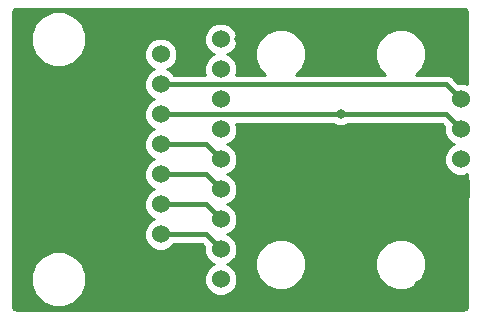
<source format=gbr>
G04 #@! TF.GenerationSoftware,KiCad,Pcbnew,(5.0.0)*
G04 #@! TF.CreationDate,2018-12-18T17:16:08-06:00*
G04 #@! TF.ProjectId,IMUBreakout_Hardware,494D55427265616B6F75745F48617264,rev?*
G04 #@! TF.SameCoordinates,Original*
G04 #@! TF.FileFunction,Copper,L2,Bot,Signal*
G04 #@! TF.FilePolarity,Positive*
%FSLAX46Y46*%
G04 Gerber Fmt 4.6, Leading zero omitted, Abs format (unit mm)*
G04 Created by KiCad (PCBNEW (5.0.0)) date 12/18/18 17:16:08*
%MOMM*%
%LPD*%
G01*
G04 APERTURE LIST*
G04 #@! TA.AperFunction,ComponentPad*
%ADD10C,1.524000*%
G04 #@! TD*
G04 #@! TA.AperFunction,ComponentPad*
%ADD11R,1.524000X1.524000*%
G04 #@! TD*
G04 #@! TA.AperFunction,ViaPad*
%ADD12C,0.800000*%
G04 #@! TD*
G04 #@! TA.AperFunction,Conductor*
%ADD13C,0.381000*%
G04 #@! TD*
G04 #@! TA.AperFunction,Conductor*
%ADD14C,0.254000*%
G04 #@! TD*
G04 APERTURE END LIST*
D10*
G04 #@! TO.P,U1,1*
G04 #@! TO.N,SDOAG*
X129540000Y-85090000D03*
G04 #@! TO.P,U1,2*
G04 #@! TO.N,SDOM*
X129540000Y-87630000D03*
G04 #@! TO.P,U1,3*
G04 #@! TO.N,+3V3*
X129540000Y-90170000D03*
G04 #@! TO.P,U1,4*
X129540000Y-92710000D03*
G04 #@! TO.P,U1,5*
G04 #@! TO.N,DRDYM*
X129540000Y-95250000D03*
G04 #@! TO.P,U1,6*
G04 #@! TO.N,INTM*
X129540000Y-97790000D03*
G04 #@! TO.P,U1,7*
G04 #@! TO.N,INT1AG*
X129540000Y-100330000D03*
G04 #@! TO.P,U1,8*
G04 #@! TO.N,INT2AG*
X129540000Y-102870000D03*
G04 #@! TO.P,U1,9*
G04 #@! TO.N,+3V3*
X129540000Y-105410000D03*
G04 #@! TO.P,U1,10*
G04 #@! TO.N,SCL*
X149860000Y-90170000D03*
G04 #@! TO.P,U1,11*
G04 #@! TO.N,SDA*
X149860000Y-92710000D03*
G04 #@! TO.P,U1,12*
G04 #@! TO.N,+3V3*
X149860000Y-95250000D03*
D11*
G04 #@! TO.P,U1,13*
G04 #@! TO.N,GND*
X149860000Y-97790000D03*
G04 #@! TD*
D10*
G04 #@! TO.P,Conn1,1*
G04 #@! TO.N,GND*
X124460000Y-104140000D03*
G04 #@! TO.P,Conn1,2*
G04 #@! TO.N,INT2AG*
X124460000Y-101600000D03*
G04 #@! TO.P,Conn1,3*
G04 #@! TO.N,INT1AG*
X124460000Y-99060000D03*
G04 #@! TO.P,Conn1,4*
G04 #@! TO.N,INTM*
X124460000Y-96520000D03*
G04 #@! TO.P,Conn1,5*
G04 #@! TO.N,DRDYM*
X124460000Y-93980000D03*
G04 #@! TO.P,Conn1,6*
G04 #@! TO.N,SDA*
X124460000Y-91440000D03*
G04 #@! TO.P,Conn1,7*
G04 #@! TO.N,SCL*
X124460000Y-88900000D03*
G04 #@! TO.P,Conn1,8*
G04 #@! TO.N,+3V3*
X124460000Y-86360000D03*
G04 #@! TD*
D12*
G04 #@! TO.N,GND*
X131064000Y-85090000D03*
X147574000Y-84582000D03*
X146304000Y-105918000D03*
G04 #@! TO.N,SDA*
X139700000Y-91440000D03*
G04 #@! TD*
D13*
G04 #@! TO.N,INT2AG*
X128270000Y-101600000D02*
X129540000Y-102870000D01*
X124460000Y-101600000D02*
X128270000Y-101600000D01*
G04 #@! TO.N,INT1AG*
X128270000Y-99060000D02*
X129540000Y-100330000D01*
X124460000Y-99060000D02*
X128270000Y-99060000D01*
G04 #@! TO.N,INTM*
X128270000Y-96520000D02*
X129540000Y-97790000D01*
X124460000Y-96520000D02*
X128270000Y-96520000D01*
G04 #@! TO.N,DRDYM*
X128270000Y-93980000D02*
X129540000Y-95250000D01*
X124460000Y-93980000D02*
X128270000Y-93980000D01*
G04 #@! TO.N,SDA*
X148590000Y-91440000D02*
X149860000Y-92710000D01*
X124460000Y-91440000D02*
X127000000Y-91440000D01*
X127000000Y-91440000D02*
X139700000Y-91440000D01*
X139700000Y-91440000D02*
X148590000Y-91440000D01*
G04 #@! TO.N,SCL*
X148590000Y-88900000D02*
X149860000Y-90170000D01*
X124460000Y-88900000D02*
X148590000Y-88900000D01*
G04 #@! TD*
D14*
G04 #@! TO.N,GND*
G36*
X150225777Y-82534144D02*
X150320539Y-82597461D01*
X150383856Y-82692223D01*
X150420000Y-82873930D01*
X150420000Y-88889857D01*
X150137881Y-88773000D01*
X149630432Y-88773000D01*
X149231209Y-88373777D01*
X149185152Y-88304848D01*
X148912094Y-88122396D01*
X148671303Y-88074500D01*
X148671301Y-88074500D01*
X148590000Y-88058328D01*
X148508699Y-88074500D01*
X146118787Y-88074500D01*
X146610312Y-87582975D01*
X146939000Y-86789452D01*
X146939000Y-85930548D01*
X146610312Y-85137025D01*
X146002975Y-84529688D01*
X145209452Y-84201000D01*
X144350548Y-84201000D01*
X143557025Y-84529688D01*
X142949688Y-85137025D01*
X142621000Y-85930548D01*
X142621000Y-86789452D01*
X142949688Y-87582975D01*
X143441213Y-88074500D01*
X135958787Y-88074500D01*
X136450312Y-87582975D01*
X136779000Y-86789452D01*
X136779000Y-85930548D01*
X136450312Y-85137025D01*
X135842975Y-84529688D01*
X135049452Y-84201000D01*
X134190548Y-84201000D01*
X133397025Y-84529688D01*
X132789688Y-85137025D01*
X132461000Y-85930548D01*
X132461000Y-86789452D01*
X132789688Y-87582975D01*
X133281213Y-88074500D01*
X130867984Y-88074500D01*
X130937000Y-87907881D01*
X130937000Y-87352119D01*
X130724320Y-86838663D01*
X130331337Y-86445680D01*
X130124487Y-86360000D01*
X130331337Y-86274320D01*
X130724320Y-85881337D01*
X130937000Y-85367881D01*
X130937000Y-84812119D01*
X130724320Y-84298663D01*
X130331337Y-83905680D01*
X129817881Y-83693000D01*
X129262119Y-83693000D01*
X128748663Y-83905680D01*
X128355680Y-84298663D01*
X128143000Y-84812119D01*
X128143000Y-85367881D01*
X128355680Y-85881337D01*
X128748663Y-86274320D01*
X128955513Y-86360000D01*
X128748663Y-86445680D01*
X128355680Y-86838663D01*
X128143000Y-87352119D01*
X128143000Y-87907881D01*
X128212016Y-88074500D01*
X125610157Y-88074500D01*
X125251337Y-87715680D01*
X125044487Y-87630000D01*
X125251337Y-87544320D01*
X125644320Y-87151337D01*
X125857000Y-86637881D01*
X125857000Y-86082119D01*
X125644320Y-85568663D01*
X125251337Y-85175680D01*
X124737881Y-84963000D01*
X124182119Y-84963000D01*
X123668663Y-85175680D01*
X123275680Y-85568663D01*
X123063000Y-86082119D01*
X123063000Y-86637881D01*
X123275680Y-87151337D01*
X123668663Y-87544320D01*
X123875513Y-87630000D01*
X123668663Y-87715680D01*
X123275680Y-88108663D01*
X123063000Y-88622119D01*
X123063000Y-89177881D01*
X123275680Y-89691337D01*
X123668663Y-90084320D01*
X123875513Y-90170000D01*
X123668663Y-90255680D01*
X123275680Y-90648663D01*
X123063000Y-91162119D01*
X123063000Y-91717881D01*
X123275680Y-92231337D01*
X123668663Y-92624320D01*
X123875513Y-92710000D01*
X123668663Y-92795680D01*
X123275680Y-93188663D01*
X123063000Y-93702119D01*
X123063000Y-94257881D01*
X123275680Y-94771337D01*
X123668663Y-95164320D01*
X123875513Y-95250000D01*
X123668663Y-95335680D01*
X123275680Y-95728663D01*
X123063000Y-96242119D01*
X123063000Y-96797881D01*
X123275680Y-97311337D01*
X123668663Y-97704320D01*
X123875513Y-97790000D01*
X123668663Y-97875680D01*
X123275680Y-98268663D01*
X123063000Y-98782119D01*
X123063000Y-99337881D01*
X123275680Y-99851337D01*
X123668663Y-100244320D01*
X123875513Y-100330000D01*
X123668663Y-100415680D01*
X123275680Y-100808663D01*
X123063000Y-101322119D01*
X123063000Y-101877881D01*
X123275680Y-102391337D01*
X123668663Y-102784320D01*
X124182119Y-102997000D01*
X124737881Y-102997000D01*
X125251337Y-102784320D01*
X125610157Y-102425500D01*
X127928068Y-102425500D01*
X128143000Y-102640432D01*
X128143000Y-103147881D01*
X128355680Y-103661337D01*
X128748663Y-104054320D01*
X128955513Y-104140000D01*
X128748663Y-104225680D01*
X128355680Y-104618663D01*
X128143000Y-105132119D01*
X128143000Y-105687881D01*
X128355680Y-106201337D01*
X128748663Y-106594320D01*
X129262119Y-106807000D01*
X129817881Y-106807000D01*
X130331337Y-106594320D01*
X130724320Y-106201337D01*
X130937000Y-105687881D01*
X130937000Y-105132119D01*
X130724320Y-104618663D01*
X130331337Y-104225680D01*
X130124487Y-104140000D01*
X130331337Y-104054320D01*
X130675109Y-103710548D01*
X132461000Y-103710548D01*
X132461000Y-104569452D01*
X132789688Y-105362975D01*
X133397025Y-105970312D01*
X134190548Y-106299000D01*
X135049452Y-106299000D01*
X135842975Y-105970312D01*
X136450312Y-105362975D01*
X136779000Y-104569452D01*
X136779000Y-103710548D01*
X142621000Y-103710548D01*
X142621000Y-104569452D01*
X142949688Y-105362975D01*
X143557025Y-105970312D01*
X144350548Y-106299000D01*
X145209452Y-106299000D01*
X146002975Y-105970312D01*
X146610312Y-105362975D01*
X146939000Y-104569452D01*
X146939000Y-103710548D01*
X146610312Y-102917025D01*
X146002975Y-102309688D01*
X145209452Y-101981000D01*
X144350548Y-101981000D01*
X143557025Y-102309688D01*
X142949688Y-102917025D01*
X142621000Y-103710548D01*
X136779000Y-103710548D01*
X136450312Y-102917025D01*
X135842975Y-102309688D01*
X135049452Y-101981000D01*
X134190548Y-101981000D01*
X133397025Y-102309688D01*
X132789688Y-102917025D01*
X132461000Y-103710548D01*
X130675109Y-103710548D01*
X130724320Y-103661337D01*
X130937000Y-103147881D01*
X130937000Y-102592119D01*
X130724320Y-102078663D01*
X130331337Y-101685680D01*
X130124487Y-101600000D01*
X130331337Y-101514320D01*
X130724320Y-101121337D01*
X130937000Y-100607881D01*
X130937000Y-100052119D01*
X130724320Y-99538663D01*
X130331337Y-99145680D01*
X130124487Y-99060000D01*
X130331337Y-98974320D01*
X130724320Y-98581337D01*
X130937000Y-98067881D01*
X130937000Y-97512119D01*
X130724320Y-96998663D01*
X130331337Y-96605680D01*
X130124487Y-96520000D01*
X130331337Y-96434320D01*
X130724320Y-96041337D01*
X130937000Y-95527881D01*
X130937000Y-94972119D01*
X130724320Y-94458663D01*
X130331337Y-94065680D01*
X130124487Y-93980000D01*
X130331337Y-93894320D01*
X130724320Y-93501337D01*
X130937000Y-92987881D01*
X130937000Y-92432119D01*
X130867984Y-92265500D01*
X139061789Y-92265500D01*
X139113720Y-92317431D01*
X139494126Y-92475000D01*
X139905874Y-92475000D01*
X140286280Y-92317431D01*
X140338211Y-92265500D01*
X148248068Y-92265500D01*
X148463000Y-92480432D01*
X148463000Y-92987881D01*
X148675680Y-93501337D01*
X149068663Y-93894320D01*
X149275513Y-93980000D01*
X149068663Y-94065680D01*
X148675680Y-94458663D01*
X148463000Y-94972119D01*
X148463000Y-95527881D01*
X148675680Y-96041337D01*
X149068663Y-96434320D01*
X149582119Y-96647000D01*
X150137881Y-96647000D01*
X150420001Y-96530142D01*
X150420001Y-107626065D01*
X150383856Y-107807777D01*
X150320539Y-107902539D01*
X150225777Y-107965856D01*
X150044069Y-108002000D01*
X112337930Y-108002000D01*
X112156223Y-107965856D01*
X112061461Y-107902539D01*
X111998144Y-107807777D01*
X111962000Y-107626069D01*
X111962000Y-104940567D01*
X113464000Y-104940567D01*
X113464000Y-105879433D01*
X113823289Y-106746833D01*
X114487167Y-107410711D01*
X115354567Y-107770000D01*
X116293433Y-107770000D01*
X117160833Y-107410711D01*
X117824711Y-106746833D01*
X118184000Y-105879433D01*
X118184000Y-104940567D01*
X117824711Y-104073167D01*
X117160833Y-103409289D01*
X116293433Y-103050000D01*
X115354567Y-103050000D01*
X114487167Y-103409289D01*
X113823289Y-104073167D01*
X113464000Y-104940567D01*
X111962000Y-104940567D01*
X111962000Y-84620567D01*
X113464000Y-84620567D01*
X113464000Y-85559433D01*
X113823289Y-86426833D01*
X114487167Y-87090711D01*
X115354567Y-87450000D01*
X116293433Y-87450000D01*
X117160833Y-87090711D01*
X117824711Y-86426833D01*
X118184000Y-85559433D01*
X118184000Y-84620567D01*
X117824711Y-83753167D01*
X117160833Y-83089289D01*
X116293433Y-82730000D01*
X115354567Y-82730000D01*
X114487167Y-83089289D01*
X113823289Y-83753167D01*
X113464000Y-84620567D01*
X111962000Y-84620567D01*
X111962000Y-82873931D01*
X111998144Y-82692223D01*
X112061461Y-82597461D01*
X112156223Y-82534144D01*
X112337930Y-82498000D01*
X150044069Y-82498000D01*
X150225777Y-82534144D01*
X150225777Y-82534144D01*
G37*
X150225777Y-82534144D02*
X150320539Y-82597461D01*
X150383856Y-82692223D01*
X150420000Y-82873930D01*
X150420000Y-88889857D01*
X150137881Y-88773000D01*
X149630432Y-88773000D01*
X149231209Y-88373777D01*
X149185152Y-88304848D01*
X148912094Y-88122396D01*
X148671303Y-88074500D01*
X148671301Y-88074500D01*
X148590000Y-88058328D01*
X148508699Y-88074500D01*
X146118787Y-88074500D01*
X146610312Y-87582975D01*
X146939000Y-86789452D01*
X146939000Y-85930548D01*
X146610312Y-85137025D01*
X146002975Y-84529688D01*
X145209452Y-84201000D01*
X144350548Y-84201000D01*
X143557025Y-84529688D01*
X142949688Y-85137025D01*
X142621000Y-85930548D01*
X142621000Y-86789452D01*
X142949688Y-87582975D01*
X143441213Y-88074500D01*
X135958787Y-88074500D01*
X136450312Y-87582975D01*
X136779000Y-86789452D01*
X136779000Y-85930548D01*
X136450312Y-85137025D01*
X135842975Y-84529688D01*
X135049452Y-84201000D01*
X134190548Y-84201000D01*
X133397025Y-84529688D01*
X132789688Y-85137025D01*
X132461000Y-85930548D01*
X132461000Y-86789452D01*
X132789688Y-87582975D01*
X133281213Y-88074500D01*
X130867984Y-88074500D01*
X130937000Y-87907881D01*
X130937000Y-87352119D01*
X130724320Y-86838663D01*
X130331337Y-86445680D01*
X130124487Y-86360000D01*
X130331337Y-86274320D01*
X130724320Y-85881337D01*
X130937000Y-85367881D01*
X130937000Y-84812119D01*
X130724320Y-84298663D01*
X130331337Y-83905680D01*
X129817881Y-83693000D01*
X129262119Y-83693000D01*
X128748663Y-83905680D01*
X128355680Y-84298663D01*
X128143000Y-84812119D01*
X128143000Y-85367881D01*
X128355680Y-85881337D01*
X128748663Y-86274320D01*
X128955513Y-86360000D01*
X128748663Y-86445680D01*
X128355680Y-86838663D01*
X128143000Y-87352119D01*
X128143000Y-87907881D01*
X128212016Y-88074500D01*
X125610157Y-88074500D01*
X125251337Y-87715680D01*
X125044487Y-87630000D01*
X125251337Y-87544320D01*
X125644320Y-87151337D01*
X125857000Y-86637881D01*
X125857000Y-86082119D01*
X125644320Y-85568663D01*
X125251337Y-85175680D01*
X124737881Y-84963000D01*
X124182119Y-84963000D01*
X123668663Y-85175680D01*
X123275680Y-85568663D01*
X123063000Y-86082119D01*
X123063000Y-86637881D01*
X123275680Y-87151337D01*
X123668663Y-87544320D01*
X123875513Y-87630000D01*
X123668663Y-87715680D01*
X123275680Y-88108663D01*
X123063000Y-88622119D01*
X123063000Y-89177881D01*
X123275680Y-89691337D01*
X123668663Y-90084320D01*
X123875513Y-90170000D01*
X123668663Y-90255680D01*
X123275680Y-90648663D01*
X123063000Y-91162119D01*
X123063000Y-91717881D01*
X123275680Y-92231337D01*
X123668663Y-92624320D01*
X123875513Y-92710000D01*
X123668663Y-92795680D01*
X123275680Y-93188663D01*
X123063000Y-93702119D01*
X123063000Y-94257881D01*
X123275680Y-94771337D01*
X123668663Y-95164320D01*
X123875513Y-95250000D01*
X123668663Y-95335680D01*
X123275680Y-95728663D01*
X123063000Y-96242119D01*
X123063000Y-96797881D01*
X123275680Y-97311337D01*
X123668663Y-97704320D01*
X123875513Y-97790000D01*
X123668663Y-97875680D01*
X123275680Y-98268663D01*
X123063000Y-98782119D01*
X123063000Y-99337881D01*
X123275680Y-99851337D01*
X123668663Y-100244320D01*
X123875513Y-100330000D01*
X123668663Y-100415680D01*
X123275680Y-100808663D01*
X123063000Y-101322119D01*
X123063000Y-101877881D01*
X123275680Y-102391337D01*
X123668663Y-102784320D01*
X124182119Y-102997000D01*
X124737881Y-102997000D01*
X125251337Y-102784320D01*
X125610157Y-102425500D01*
X127928068Y-102425500D01*
X128143000Y-102640432D01*
X128143000Y-103147881D01*
X128355680Y-103661337D01*
X128748663Y-104054320D01*
X128955513Y-104140000D01*
X128748663Y-104225680D01*
X128355680Y-104618663D01*
X128143000Y-105132119D01*
X128143000Y-105687881D01*
X128355680Y-106201337D01*
X128748663Y-106594320D01*
X129262119Y-106807000D01*
X129817881Y-106807000D01*
X130331337Y-106594320D01*
X130724320Y-106201337D01*
X130937000Y-105687881D01*
X130937000Y-105132119D01*
X130724320Y-104618663D01*
X130331337Y-104225680D01*
X130124487Y-104140000D01*
X130331337Y-104054320D01*
X130675109Y-103710548D01*
X132461000Y-103710548D01*
X132461000Y-104569452D01*
X132789688Y-105362975D01*
X133397025Y-105970312D01*
X134190548Y-106299000D01*
X135049452Y-106299000D01*
X135842975Y-105970312D01*
X136450312Y-105362975D01*
X136779000Y-104569452D01*
X136779000Y-103710548D01*
X142621000Y-103710548D01*
X142621000Y-104569452D01*
X142949688Y-105362975D01*
X143557025Y-105970312D01*
X144350548Y-106299000D01*
X145209452Y-106299000D01*
X146002975Y-105970312D01*
X146610312Y-105362975D01*
X146939000Y-104569452D01*
X146939000Y-103710548D01*
X146610312Y-102917025D01*
X146002975Y-102309688D01*
X145209452Y-101981000D01*
X144350548Y-101981000D01*
X143557025Y-102309688D01*
X142949688Y-102917025D01*
X142621000Y-103710548D01*
X136779000Y-103710548D01*
X136450312Y-102917025D01*
X135842975Y-102309688D01*
X135049452Y-101981000D01*
X134190548Y-101981000D01*
X133397025Y-102309688D01*
X132789688Y-102917025D01*
X132461000Y-103710548D01*
X130675109Y-103710548D01*
X130724320Y-103661337D01*
X130937000Y-103147881D01*
X130937000Y-102592119D01*
X130724320Y-102078663D01*
X130331337Y-101685680D01*
X130124487Y-101600000D01*
X130331337Y-101514320D01*
X130724320Y-101121337D01*
X130937000Y-100607881D01*
X130937000Y-100052119D01*
X130724320Y-99538663D01*
X130331337Y-99145680D01*
X130124487Y-99060000D01*
X130331337Y-98974320D01*
X130724320Y-98581337D01*
X130937000Y-98067881D01*
X130937000Y-97512119D01*
X130724320Y-96998663D01*
X130331337Y-96605680D01*
X130124487Y-96520000D01*
X130331337Y-96434320D01*
X130724320Y-96041337D01*
X130937000Y-95527881D01*
X130937000Y-94972119D01*
X130724320Y-94458663D01*
X130331337Y-94065680D01*
X130124487Y-93980000D01*
X130331337Y-93894320D01*
X130724320Y-93501337D01*
X130937000Y-92987881D01*
X130937000Y-92432119D01*
X130867984Y-92265500D01*
X139061789Y-92265500D01*
X139113720Y-92317431D01*
X139494126Y-92475000D01*
X139905874Y-92475000D01*
X140286280Y-92317431D01*
X140338211Y-92265500D01*
X148248068Y-92265500D01*
X148463000Y-92480432D01*
X148463000Y-92987881D01*
X148675680Y-93501337D01*
X149068663Y-93894320D01*
X149275513Y-93980000D01*
X149068663Y-94065680D01*
X148675680Y-94458663D01*
X148463000Y-94972119D01*
X148463000Y-95527881D01*
X148675680Y-96041337D01*
X149068663Y-96434320D01*
X149582119Y-96647000D01*
X150137881Y-96647000D01*
X150420001Y-96530142D01*
X150420001Y-107626065D01*
X150383856Y-107807777D01*
X150320539Y-107902539D01*
X150225777Y-107965856D01*
X150044069Y-108002000D01*
X112337930Y-108002000D01*
X112156223Y-107965856D01*
X112061461Y-107902539D01*
X111998144Y-107807777D01*
X111962000Y-107626069D01*
X111962000Y-104940567D01*
X113464000Y-104940567D01*
X113464000Y-105879433D01*
X113823289Y-106746833D01*
X114487167Y-107410711D01*
X115354567Y-107770000D01*
X116293433Y-107770000D01*
X117160833Y-107410711D01*
X117824711Y-106746833D01*
X118184000Y-105879433D01*
X118184000Y-104940567D01*
X117824711Y-104073167D01*
X117160833Y-103409289D01*
X116293433Y-103050000D01*
X115354567Y-103050000D01*
X114487167Y-103409289D01*
X113823289Y-104073167D01*
X113464000Y-104940567D01*
X111962000Y-104940567D01*
X111962000Y-84620567D01*
X113464000Y-84620567D01*
X113464000Y-85559433D01*
X113823289Y-86426833D01*
X114487167Y-87090711D01*
X115354567Y-87450000D01*
X116293433Y-87450000D01*
X117160833Y-87090711D01*
X117824711Y-86426833D01*
X118184000Y-85559433D01*
X118184000Y-84620567D01*
X117824711Y-83753167D01*
X117160833Y-83089289D01*
X116293433Y-82730000D01*
X115354567Y-82730000D01*
X114487167Y-83089289D01*
X113823289Y-83753167D01*
X113464000Y-84620567D01*
X111962000Y-84620567D01*
X111962000Y-82873931D01*
X111998144Y-82692223D01*
X112061461Y-82597461D01*
X112156223Y-82534144D01*
X112337930Y-82498000D01*
X150044069Y-82498000D01*
X150225777Y-82534144D01*
G04 #@! TD*
M02*

</source>
